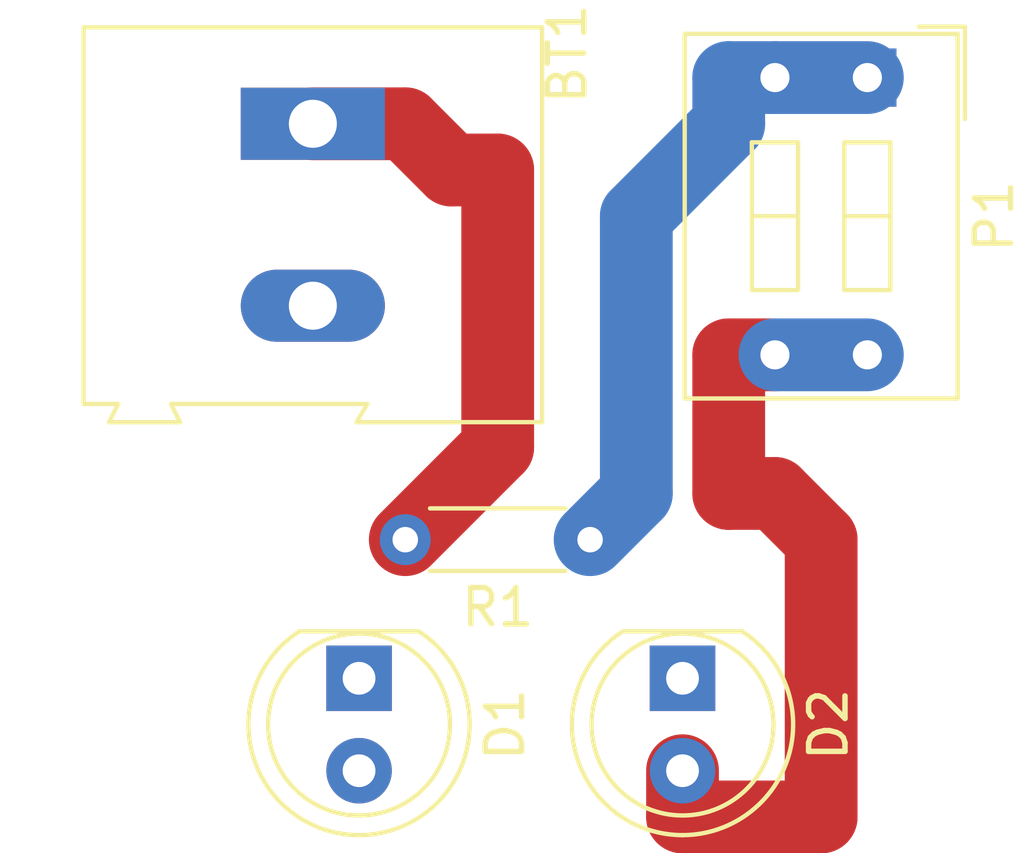
<source format=kicad_pcb>
(kicad_pcb (version 4) (host pcbnew 4.0.2-stable)

  (general
    (links 8)
    (no_connects 3)
    (area 123.19 95.25 153.67 120.65)
    (thickness 1.6)
    (drawings 0)
    (tracks 19)
    (zones 0)
    (modules 5)
    (nets 5)
  )

  (page A4)
  (layers
    (0 F.Cu signal)
    (31 B.Cu signal)
    (33 F.Adhes user)
    (35 F.Paste user)
    (37 F.SilkS user)
    (39 F.Mask user)
    (40 Dwgs.User user)
    (41 Cmts.User user)
    (42 Eco1.User user)
    (43 Eco2.User user)
    (44 Edge.Cuts user)
    (45 Margin user)
    (47 F.CrtYd user)
    (49 F.Fab user)
  )

  (setup
    (last_trace_width 2)
    (trace_clearance 1)
    (zone_clearance 0.508)
    (zone_45_only no)
    (trace_min 0.2)
    (segment_width 0.2)
    (edge_width 0.15)
    (via_size 0.6)
    (via_drill 0.4)
    (via_min_size 0.4)
    (via_min_drill 0.3)
    (uvia_size 0.3)
    (uvia_drill 0.1)
    (uvias_allowed no)
    (uvia_min_size 0.2)
    (uvia_min_drill 0.1)
    (pcb_text_width 0.3)
    (pcb_text_size 1.5 1.5)
    (mod_edge_width 0.15)
    (mod_text_size 1 1)
    (mod_text_width 0.15)
    (pad_size 1.6 1.6)
    (pad_drill 0.8)
    (pad_to_mask_clearance 0.2)
    (aux_axis_origin 0 0)
    (visible_elements 7FFFFFFF)
    (pcbplotparams
      (layerselection 0x00030_80000001)
      (usegerberextensions false)
      (excludeedgelayer true)
      (linewidth 0.100000)
      (plotframeref false)
      (viasonmask false)
      (mode 1)
      (useauxorigin false)
      (hpglpennumber 1)
      (hpglpenspeed 20)
      (hpglpendiameter 15)
      (hpglpenoverlay 2)
      (psnegative false)
      (psa4output false)
      (plotreference true)
      (plotvalue true)
      (plotinvisibletext false)
      (padsonsilk false)
      (subtractmaskfromsilk false)
      (outputformat 1)
      (mirror false)
      (drillshape 1)
      (scaleselection 1)
      (outputdirectory ""))
  )

  (net 0 "")
  (net 1 "Net-(BT1-Pad1)")
  (net 2 "Net-(BT1-Pad2)")
  (net 3 "Net-(D1-Pad2)")
  (net 4 "Net-(P1-Pad1)")

  (net_class Default "Esta é a classe de net default."
    (clearance 1)
    (trace_width 2)
    (via_dia 0.6)
    (via_drill 0.4)
    (uvia_dia 0.3)
    (uvia_drill 0.1)
    (add_net "Net-(BT1-Pad1)")
    (add_net "Net-(BT1-Pad2)")
    (add_net "Net-(D1-Pad2)")
    (add_net "Net-(P1-Pad1)")
  )

  (module Terminal_Blocks:TerminalBlock_Altech_AK300-2_P5.00mm (layer F.Cu) (tedit 59FF0306) (tstamp 5B15B5D8)
    (at 133.35 100.33 270)
    (descr "Altech AK300 terminal block, pitch 5.0mm, 45 degree angled, see http://www.mouser.com/ds/2/16/PCBMETRC-24178.pdf")
    (tags "Altech AK300 terminal block pitch 5.0mm")
    (path /5B15A9FC)
    (fp_text reference BT1 (at -1.92 -6.99 270) (layer F.SilkS)
      (effects (font (size 1 1) (thickness 0.15)))
    )
    (fp_text value Battery (at 2.78 7.75 270) (layer F.Fab)
      (effects (font (size 1 1) (thickness 0.15)))
    )
    (fp_text user %R (at 2.5 -2 270) (layer F.Fab)
      (effects (font (size 1 1) (thickness 0.15)))
    )
    (fp_line (start -2.65 -6.3) (end -2.65 6.3) (layer F.SilkS) (width 0.12))
    (fp_line (start -2.65 6.3) (end 7.7 6.3) (layer F.SilkS) (width 0.12))
    (fp_line (start 7.7 6.3) (end 7.7 5.35) (layer F.SilkS) (width 0.12))
    (fp_line (start 7.7 5.35) (end 8.2 5.6) (layer F.SilkS) (width 0.12))
    (fp_line (start 8.2 5.6) (end 8.2 3.7) (layer F.SilkS) (width 0.12))
    (fp_line (start 8.2 3.7) (end 8.2 3.65) (layer F.SilkS) (width 0.12))
    (fp_line (start 8.2 3.65) (end 7.7 3.9) (layer F.SilkS) (width 0.12))
    (fp_line (start 7.7 3.9) (end 7.7 -1.5) (layer F.SilkS) (width 0.12))
    (fp_line (start 7.7 -1.5) (end 8.2 -1.2) (layer F.SilkS) (width 0.12))
    (fp_line (start 8.2 -1.2) (end 8.2 -6.3) (layer F.SilkS) (width 0.12))
    (fp_line (start 8.2 -6.3) (end -2.65 -6.3) (layer F.SilkS) (width 0.12))
    (fp_line (start -1.26 2.54) (end 1.28 2.54) (layer F.Fab) (width 0.1))
    (fp_line (start 1.28 2.54) (end 1.28 -0.25) (layer F.Fab) (width 0.1))
    (fp_line (start -1.26 -0.25) (end 1.28 -0.25) (layer F.Fab) (width 0.1))
    (fp_line (start -1.26 2.54) (end -1.26 -0.25) (layer F.Fab) (width 0.1))
    (fp_line (start 3.74 2.54) (end 6.28 2.54) (layer F.Fab) (width 0.1))
    (fp_line (start 6.28 2.54) (end 6.28 -0.25) (layer F.Fab) (width 0.1))
    (fp_line (start 3.74 -0.25) (end 6.28 -0.25) (layer F.Fab) (width 0.1))
    (fp_line (start 3.74 2.54) (end 3.74 -0.25) (layer F.Fab) (width 0.1))
    (fp_line (start 7.61 -6.22) (end 7.61 -3.17) (layer F.Fab) (width 0.1))
    (fp_line (start 7.61 -6.22) (end -2.58 -6.22) (layer F.Fab) (width 0.1))
    (fp_line (start 7.61 -6.22) (end 8.11 -6.22) (layer F.Fab) (width 0.1))
    (fp_line (start 8.11 -6.22) (end 8.11 -1.4) (layer F.Fab) (width 0.1))
    (fp_line (start 8.11 -1.4) (end 7.61 -1.65) (layer F.Fab) (width 0.1))
    (fp_line (start 8.11 5.46) (end 7.61 5.21) (layer F.Fab) (width 0.1))
    (fp_line (start 7.61 5.21) (end 7.61 6.22) (layer F.Fab) (width 0.1))
    (fp_line (start 8.11 3.81) (end 7.61 4.06) (layer F.Fab) (width 0.1))
    (fp_line (start 7.61 4.06) (end 7.61 5.21) (layer F.Fab) (width 0.1))
    (fp_line (start 8.11 3.81) (end 8.11 5.46) (layer F.Fab) (width 0.1))
    (fp_line (start 2.98 6.22) (end 2.98 4.32) (layer F.Fab) (width 0.1))
    (fp_line (start 7.05 -0.25) (end 7.05 4.32) (layer F.Fab) (width 0.1))
    (fp_line (start 2.98 6.22) (end 7.05 6.22) (layer F.Fab) (width 0.1))
    (fp_line (start 7.05 6.22) (end 7.61 6.22) (layer F.Fab) (width 0.1))
    (fp_line (start 2.04 6.22) (end 2.04 4.32) (layer F.Fab) (width 0.1))
    (fp_line (start 2.04 6.22) (end 2.98 6.22) (layer F.Fab) (width 0.1))
    (fp_line (start -2.02 -0.25) (end -2.02 4.32) (layer F.Fab) (width 0.1))
    (fp_line (start -2.58 6.22) (end -2.02 6.22) (layer F.Fab) (width 0.1))
    (fp_line (start -2.02 6.22) (end 2.04 6.22) (layer F.Fab) (width 0.1))
    (fp_line (start 2.98 4.32) (end 7.05 4.32) (layer F.Fab) (width 0.1))
    (fp_line (start 2.98 4.32) (end 2.98 -0.25) (layer F.Fab) (width 0.1))
    (fp_line (start 7.05 4.32) (end 7.05 6.22) (layer F.Fab) (width 0.1))
    (fp_line (start 2.04 4.32) (end -2.02 4.32) (layer F.Fab) (width 0.1))
    (fp_line (start 2.04 4.32) (end 2.04 -0.25) (layer F.Fab) (width 0.1))
    (fp_line (start -2.02 4.32) (end -2.02 6.22) (layer F.Fab) (width 0.1))
    (fp_line (start 6.67 3.68) (end 6.67 0.51) (layer F.Fab) (width 0.1))
    (fp_line (start 6.67 3.68) (end 3.36 3.68) (layer F.Fab) (width 0.1))
    (fp_line (start 3.36 3.68) (end 3.36 0.51) (layer F.Fab) (width 0.1))
    (fp_line (start 1.66 3.68) (end 1.66 0.51) (layer F.Fab) (width 0.1))
    (fp_line (start 1.66 3.68) (end -1.64 3.68) (layer F.Fab) (width 0.1))
    (fp_line (start -1.64 3.68) (end -1.64 0.51) (layer F.Fab) (width 0.1))
    (fp_line (start -1.64 0.51) (end -1.26 0.51) (layer F.Fab) (width 0.1))
    (fp_line (start 1.66 0.51) (end 1.28 0.51) (layer F.Fab) (width 0.1))
    (fp_line (start 3.36 0.51) (end 3.74 0.51) (layer F.Fab) (width 0.1))
    (fp_line (start 6.67 0.51) (end 6.28 0.51) (layer F.Fab) (width 0.1))
    (fp_line (start -2.58 6.22) (end -2.58 -0.64) (layer F.Fab) (width 0.1))
    (fp_line (start -2.58 -0.64) (end -2.58 -3.17) (layer F.Fab) (width 0.1))
    (fp_line (start 7.61 -1.65) (end 7.61 -0.64) (layer F.Fab) (width 0.1))
    (fp_line (start 7.61 -0.64) (end 7.61 4.06) (layer F.Fab) (width 0.1))
    (fp_line (start -2.58 -3.17) (end 7.61 -3.17) (layer F.Fab) (width 0.1))
    (fp_line (start -2.58 -3.17) (end -2.58 -6.22) (layer F.Fab) (width 0.1))
    (fp_line (start 7.61 -3.17) (end 7.61 -1.65) (layer F.Fab) (width 0.1))
    (fp_line (start 2.98 -3.43) (end 2.98 -5.97) (layer F.Fab) (width 0.1))
    (fp_line (start 2.98 -5.97) (end 7.05 -5.97) (layer F.Fab) (width 0.1))
    (fp_line (start 7.05 -5.97) (end 7.05 -3.43) (layer F.Fab) (width 0.1))
    (fp_line (start 7.05 -3.43) (end 2.98 -3.43) (layer F.Fab) (width 0.1))
    (fp_line (start 2.04 -3.43) (end 2.04 -5.97) (layer F.Fab) (width 0.1))
    (fp_line (start 2.04 -3.43) (end -2.02 -3.43) (layer F.Fab) (width 0.1))
    (fp_line (start -2.02 -3.43) (end -2.02 -5.97) (layer F.Fab) (width 0.1))
    (fp_line (start 2.04 -5.97) (end -2.02 -5.97) (layer F.Fab) (width 0.1))
    (fp_line (start 3.39 -4.45) (end 6.44 -5.08) (layer F.Fab) (width 0.1))
    (fp_line (start 3.52 -4.32) (end 6.56 -4.95) (layer F.Fab) (width 0.1))
    (fp_line (start -1.62 -4.45) (end 1.44 -5.08) (layer F.Fab) (width 0.1))
    (fp_line (start -1.49 -4.32) (end 1.56 -4.95) (layer F.Fab) (width 0.1))
    (fp_line (start -2.02 -0.25) (end -1.64 -0.25) (layer F.Fab) (width 0.1))
    (fp_line (start 2.04 -0.25) (end 1.66 -0.25) (layer F.Fab) (width 0.1))
    (fp_line (start 1.66 -0.25) (end -1.64 -0.25) (layer F.Fab) (width 0.1))
    (fp_line (start -2.58 -0.64) (end -1.64 -0.64) (layer F.Fab) (width 0.1))
    (fp_line (start -1.64 -0.64) (end 1.66 -0.64) (layer F.Fab) (width 0.1))
    (fp_line (start 1.66 -0.64) (end 3.36 -0.64) (layer F.Fab) (width 0.1))
    (fp_line (start 7.61 -0.64) (end 6.67 -0.64) (layer F.Fab) (width 0.1))
    (fp_line (start 6.67 -0.64) (end 3.36 -0.64) (layer F.Fab) (width 0.1))
    (fp_line (start 7.05 -0.25) (end 6.67 -0.25) (layer F.Fab) (width 0.1))
    (fp_line (start 2.98 -0.25) (end 3.36 -0.25) (layer F.Fab) (width 0.1))
    (fp_line (start 3.36 -0.25) (end 6.67 -0.25) (layer F.Fab) (width 0.1))
    (fp_line (start -2.83 -6.47) (end 8.36 -6.47) (layer F.CrtYd) (width 0.05))
    (fp_line (start -2.83 -6.47) (end -2.83 6.47) (layer F.CrtYd) (width 0.05))
    (fp_line (start 8.36 6.47) (end 8.36 -6.47) (layer F.CrtYd) (width 0.05))
    (fp_line (start 8.36 6.47) (end -2.83 6.47) (layer F.CrtYd) (width 0.05))
    (fp_arc (start 6.03 -4.59) (end 6.54 -5.05) (angle 90.5) (layer F.Fab) (width 0.1))
    (fp_arc (start 5.07 -6.07) (end 6.53 -4.12) (angle 75.5) (layer F.Fab) (width 0.1))
    (fp_arc (start 4.99 -3.71) (end 3.39 -5) (angle 100) (layer F.Fab) (width 0.1))
    (fp_arc (start 3.87 -4.65) (end 3.58 -4.13) (angle 104.2) (layer F.Fab) (width 0.1))
    (fp_arc (start 1.03 -4.59) (end 1.53 -5.05) (angle 90.5) (layer F.Fab) (width 0.1))
    (fp_arc (start 0.06 -6.07) (end 1.53 -4.12) (angle 75.5) (layer F.Fab) (width 0.1))
    (fp_arc (start -0.01 -3.71) (end -1.62 -5) (angle 100) (layer F.Fab) (width 0.1))
    (fp_arc (start -1.13 -4.65) (end -1.42 -4.13) (angle 104.2) (layer F.Fab) (width 0.1))
    (pad 1 thru_hole rect (at 0 0 270) (size 1.98 3.96) (drill 1.32) (layers *.Cu *.Mask)
      (net 1 "Net-(BT1-Pad1)"))
    (pad 2 thru_hole oval (at 5 0 270) (size 1.98 3.96) (drill 1.32) (layers *.Cu *.Mask)
      (net 2 "Net-(BT1-Pad2)"))
    (model ${KISYS3DMOD}/Terminal_Blocks.3dshapes/TerminalBlock_Altech_AK300-2_P5.00mm.wrl
      (at (xyz 0 0 0))
      (scale (xyz 1 1 1))
      (rotate (xyz 0 0 0))
    )
  )

  (module LEDs:LED_D5.0mm_FlatTop (layer F.Cu) (tedit 5880A862) (tstamp 5B15B5DE)
    (at 134.62 115.57 270)
    (descr "LED, Round, FlatTop, diameter 5.0mm, 2 pins, http://www.kingbright.com/attachments/file/psearch/000/00/00/L-483GDT(Ver.15B).pdf")
    (tags "LED Round FlatTop diameter 5.0mm 2 pins")
    (path /5B15AB2C)
    (fp_text reference D1 (at 1.27 -4.01 270) (layer F.SilkS)
      (effects (font (size 1 1) (thickness 0.15)))
    )
    (fp_text value LED (at 1.27 4.01 270) (layer F.Fab)
      (effects (font (size 1 1) (thickness 0.15)))
    )
    (fp_arc (start 1.27 0) (end -1.23 -1.566046) (angle 295.9) (layer F.Fab) (width 0.1))
    (fp_arc (start 1.27 0) (end -1.29 -1.639512) (angle 147.4) (layer F.SilkS) (width 0.12))
    (fp_arc (start 1.27 0) (end -1.29 1.639512) (angle -147.4) (layer F.SilkS) (width 0.12))
    (fp_circle (center 1.27 0) (end 3.77 0) (layer F.Fab) (width 0.1))
    (fp_circle (center 1.27 0) (end 3.77 0) (layer F.SilkS) (width 0.12))
    (fp_line (start -1.23 -1.566046) (end -1.23 1.566046) (layer F.Fab) (width 0.1))
    (fp_line (start -1.29 -1.64) (end -1.29 1.64) (layer F.SilkS) (width 0.12))
    (fp_line (start -2 -3.3) (end -2 3.3) (layer F.CrtYd) (width 0.05))
    (fp_line (start -2 3.3) (end 4.55 3.3) (layer F.CrtYd) (width 0.05))
    (fp_line (start 4.55 3.3) (end 4.55 -3.3) (layer F.CrtYd) (width 0.05))
    (fp_line (start 4.55 -3.3) (end -2 -3.3) (layer F.CrtYd) (width 0.05))
    (pad 1 thru_hole rect (at 0 0 270) (size 1.8 1.8) (drill 0.9) (layers *.Cu *.Mask)
      (net 2 "Net-(BT1-Pad2)"))
    (pad 2 thru_hole circle (at 2.54 0 270) (size 1.8 1.8) (drill 0.9) (layers *.Cu *.Mask)
      (net 3 "Net-(D1-Pad2)"))
    (model ${KISYS3DMOD}/LEDs.3dshapes/LED_D5.0mm_FlatTop.wrl
      (at (xyz 0 0 0))
      (scale (xyz 0.393701 0.393701 0.393701))
      (rotate (xyz 0 0 0))
    )
  )

  (module LEDs:LED_D5.0mm_FlatTop (layer F.Cu) (tedit 5880A862) (tstamp 5B15B5E4)
    (at 143.51 115.57 270)
    (descr "LED, Round, FlatTop, diameter 5.0mm, 2 pins, http://www.kingbright.com/attachments/file/psearch/000/00/00/L-483GDT(Ver.15B).pdf")
    (tags "LED Round FlatTop diameter 5.0mm 2 pins")
    (path /5B15AB6B)
    (fp_text reference D2 (at 1.27 -4.01 270) (layer F.SilkS)
      (effects (font (size 1 1) (thickness 0.15)))
    )
    (fp_text value LED (at 1.27 4.01 270) (layer F.Fab)
      (effects (font (size 1 1) (thickness 0.15)))
    )
    (fp_arc (start 1.27 0) (end -1.23 -1.566046) (angle 295.9) (layer F.Fab) (width 0.1))
    (fp_arc (start 1.27 0) (end -1.29 -1.639512) (angle 147.4) (layer F.SilkS) (width 0.12))
    (fp_arc (start 1.27 0) (end -1.29 1.639512) (angle -147.4) (layer F.SilkS) (width 0.12))
    (fp_circle (center 1.27 0) (end 3.77 0) (layer F.Fab) (width 0.1))
    (fp_circle (center 1.27 0) (end 3.77 0) (layer F.SilkS) (width 0.12))
    (fp_line (start -1.23 -1.566046) (end -1.23 1.566046) (layer F.Fab) (width 0.1))
    (fp_line (start -1.29 -1.64) (end -1.29 1.64) (layer F.SilkS) (width 0.12))
    (fp_line (start -2 -3.3) (end -2 3.3) (layer F.CrtYd) (width 0.05))
    (fp_line (start -2 3.3) (end 4.55 3.3) (layer F.CrtYd) (width 0.05))
    (fp_line (start 4.55 3.3) (end 4.55 -3.3) (layer F.CrtYd) (width 0.05))
    (fp_line (start 4.55 -3.3) (end -2 -3.3) (layer F.CrtYd) (width 0.05))
    (pad 1 thru_hole rect (at 0 0 270) (size 1.8 1.8) (drill 0.9) (layers *.Cu *.Mask)
      (net 2 "Net-(BT1-Pad2)"))
    (pad 2 thru_hole circle (at 2.54 0 270) (size 1.8 1.8) (drill 0.9) (layers *.Cu *.Mask)
      (net 3 "Net-(D1-Pad2)"))
    (model ${KISYS3DMOD}/LEDs.3dshapes/LED_D5.0mm_FlatTop.wrl
      (at (xyz 0 0 0))
      (scale (xyz 0.393701 0.393701 0.393701))
      (rotate (xyz 0 0 0))
    )
  )

  (module Buttons_Switches_ThroughHole:SW_DIP_x2_W7.62mm_Slide (layer F.Cu) (tedit 5B15B8CF) (tstamp 5B15B5EC)
    (at 148.59 99.06 270)
    (descr "2x-dip-switch, Slide, row spacing 7.62 mm (300 mils)")
    (tags "DIP Switch Slide 7.62mm 300mil")
    (path /5B15B6C0)
    (fp_text reference P1 (at 3.81 -3.48 270) (layer F.SilkS)
      (effects (font (size 1 1) (thickness 0.15)))
    )
    (fp_text value CONN_02X02 (at 3.81 6.02 270) (layer F.Fab)
      (effects (font (size 1 1) (thickness 0.15)))
    )
    (fp_text user %R (at 3.81 1.27 270) (layer F.Fab)
      (effects (font (size 1 1) (thickness 0.15)))
    )
    (fp_line (start -1.4 -2.68) (end -1.4 -1.41) (layer F.SilkS) (width 0.12))
    (fp_line (start -1.4 -2.68) (end 1.14 -2.68) (layer F.SilkS) (width 0.12))
    (fp_line (start -0.08 -2.36) (end 8.7 -2.36) (layer F.Fab) (width 0.1))
    (fp_line (start 8.7 -2.36) (end 8.7 4.9) (layer F.Fab) (width 0.1))
    (fp_line (start 8.7 4.9) (end -1.08 4.9) (layer F.Fab) (width 0.1))
    (fp_line (start -1.08 4.9) (end -1.08 -1.36) (layer F.Fab) (width 0.1))
    (fp_line (start -1.08 -1.36) (end -0.08 -2.36) (layer F.Fab) (width 0.1))
    (fp_line (start 1.78 -0.635) (end 1.78 0.635) (layer F.Fab) (width 0.1))
    (fp_line (start 1.78 0.635) (end 5.84 0.635) (layer F.Fab) (width 0.1))
    (fp_line (start 5.84 0.635) (end 5.84 -0.635) (layer F.Fab) (width 0.1))
    (fp_line (start 5.84 -0.635) (end 1.78 -0.635) (layer F.Fab) (width 0.1))
    (fp_line (start 3.81 -0.635) (end 3.81 0.635) (layer F.Fab) (width 0.1))
    (fp_line (start 1.78 1.905) (end 1.78 3.175) (layer F.Fab) (width 0.1))
    (fp_line (start 1.78 3.175) (end 5.84 3.175) (layer F.Fab) (width 0.1))
    (fp_line (start 5.84 3.175) (end 5.84 1.905) (layer F.Fab) (width 0.1))
    (fp_line (start 5.84 1.905) (end 1.78 1.905) (layer F.Fab) (width 0.1))
    (fp_line (start 3.81 1.905) (end 3.81 3.175) (layer F.Fab) (width 0.1))
    (fp_line (start -1.2 -2.48) (end 8.82 -2.48) (layer F.SilkS) (width 0.12))
    (fp_line (start 8.82 -2.48) (end 8.82 5.02) (layer F.SilkS) (width 0.12))
    (fp_line (start 8.82 5.02) (end -1.2 5.02) (layer F.SilkS) (width 0.12))
    (fp_line (start -1.2 5.02) (end -1.2 -2.48) (layer F.SilkS) (width 0.12))
    (fp_line (start 1.78 -0.635) (end 1.78 0.635) (layer F.SilkS) (width 0.12))
    (fp_line (start 1.78 0.635) (end 5.84 0.635) (layer F.SilkS) (width 0.12))
    (fp_line (start 5.84 0.635) (end 5.84 -0.635) (layer F.SilkS) (width 0.12))
    (fp_line (start 5.84 -0.635) (end 1.78 -0.635) (layer F.SilkS) (width 0.12))
    (fp_line (start 3.81 -0.635) (end 3.81 0.635) (layer F.SilkS) (width 0.12))
    (fp_line (start 1.78 1.905) (end 1.78 3.175) (layer F.SilkS) (width 0.12))
    (fp_line (start 1.78 3.175) (end 5.84 3.175) (layer F.SilkS) (width 0.12))
    (fp_line (start 5.84 3.175) (end 5.84 1.905) (layer F.SilkS) (width 0.12))
    (fp_line (start 5.84 1.905) (end 1.78 1.905) (layer F.SilkS) (width 0.12))
    (fp_line (start 3.81 1.905) (end 3.81 3.175) (layer F.SilkS) (width 0.12))
    (fp_line (start -1.4 -2.7) (end -1.4 5.2) (layer F.CrtYd) (width 0.05))
    (fp_line (start -1.4 5.2) (end 9 5.2) (layer F.CrtYd) (width 0.05))
    (fp_line (start 9 5.2) (end 9 -2.7) (layer F.CrtYd) (width 0.05))
    (fp_line (start 9 -2.7) (end -1.4 -2.7) (layer F.CrtYd) (width 0.05))
    (pad 1 thru_hole rect (at 0 0 270) (size 1.6 1.6) (drill 0.8) (layers *.Cu *.Mask)
      (net 4 "Net-(P1-Pad1)"))
    (pad 4 thru_hole oval (at 7.62 2.54 270) (size 1.6 1.6) (drill 0.8) (layers *.Cu *.Mask)
      (net 3 "Net-(D1-Pad2)"))
    (pad 3 thru_hole oval (at 0 2.54 270) (size 1.6 1.6) (drill 0.8) (layers *.Cu *.Mask)
      (net 4 "Net-(P1-Pad1)"))
    (pad 2 thru_hole oval (at 7.62 0 270) (size 1.6 1.6) (drill 0.8) (layers *.Cu *.Mask)
      (net 3 "Net-(D1-Pad2)"))
    (model ${KISYS3DMOD}/Buttons_Switches_THT.3dshapes/SW_DIP_x2_W7.62mm_Slide.wrl
      (at (xyz 0 0 0))
      (scale (xyz 1 1 1))
      (rotate (xyz 0 0 90))
    )
  )

  (module Resistors_ThroughHole:R_Axial_DIN0204_L3.6mm_D1.6mm_P5.08mm_Horizontal (layer F.Cu) (tedit 5874F706) (tstamp 5B15B5F2)
    (at 140.97 111.76 180)
    (descr "Resistor, Axial_DIN0204 series, Axial, Horizontal, pin pitch=5.08mm, 0.16666666666666666W = 1/6W, length*diameter=3.6*1.6mm^2, http://cdn-reichelt.de/documents/datenblatt/B400/1_4W%23YAG.pdf")
    (tags "Resistor Axial_DIN0204 series Axial Horizontal pin pitch 5.08mm 0.16666666666666666W = 1/6W length 3.6mm diameter 1.6mm")
    (path /5B15AA89)
    (fp_text reference R1 (at 2.54 -1.86 180) (layer F.SilkS)
      (effects (font (size 1 1) (thickness 0.15)))
    )
    (fp_text value R (at 2.54 1.86 180) (layer F.Fab)
      (effects (font (size 1 1) (thickness 0.15)))
    )
    (fp_line (start 0.74 -0.8) (end 0.74 0.8) (layer F.Fab) (width 0.1))
    (fp_line (start 0.74 0.8) (end 4.34 0.8) (layer F.Fab) (width 0.1))
    (fp_line (start 4.34 0.8) (end 4.34 -0.8) (layer F.Fab) (width 0.1))
    (fp_line (start 4.34 -0.8) (end 0.74 -0.8) (layer F.Fab) (width 0.1))
    (fp_line (start 0 0) (end 0.74 0) (layer F.Fab) (width 0.1))
    (fp_line (start 5.08 0) (end 4.34 0) (layer F.Fab) (width 0.1))
    (fp_line (start 0.68 -0.86) (end 4.4 -0.86) (layer F.SilkS) (width 0.12))
    (fp_line (start 0.68 0.86) (end 4.4 0.86) (layer F.SilkS) (width 0.12))
    (fp_line (start -0.95 -1.15) (end -0.95 1.15) (layer F.CrtYd) (width 0.05))
    (fp_line (start -0.95 1.15) (end 6.05 1.15) (layer F.CrtYd) (width 0.05))
    (fp_line (start 6.05 1.15) (end 6.05 -1.15) (layer F.CrtYd) (width 0.05))
    (fp_line (start 6.05 -1.15) (end -0.95 -1.15) (layer F.CrtYd) (width 0.05))
    (pad 1 thru_hole circle (at 0 0 180) (size 1.4 1.4) (drill 0.7) (layers *.Cu *.Mask)
      (net 4 "Net-(P1-Pad1)"))
    (pad 2 thru_hole oval (at 5.08 0 180) (size 1.4 1.4) (drill 0.7) (layers *.Cu *.Mask)
      (net 1 "Net-(BT1-Pad1)"))
    (model ${KISYS3DMOD}/Resistors_THT.3dshapes/R_Axial_DIN0204_L3.6mm_D1.6mm_P5.08mm_Horizontal.wrl
      (at (xyz 0 0 0))
      (scale (xyz 0.393701 0.393701 0.393701))
      (rotate (xyz 0 0 0))
    )
  )

  (segment (start 133.35 100.33) (end 135.89 100.33) (width 2) (layer F.Cu) (net 1) (status 80000))
  (segment (start 135.89 100.33) (end 137.16 101.6) (width 2) (layer F.Cu) (net 1) (status 80000))
  (segment (start 137.16 101.6) (end 138.43 101.6) (width 2) (layer F.Cu) (net 1) (status 80000))
  (segment (start 138.43 101.6) (end 138.43 109.22) (width 2) (layer F.Cu) (net 1) (status 80000))
  (segment (start 138.43 109.22) (end 135.89 111.76) (width 2) (layer F.Cu) (net 1) (status 80000))
  (segment (start 143.51 118.11) (end 143.51 119.38) (width 2) (layer F.Cu) (net 3) (status 80000))
  (segment (start 143.51 119.38) (end 147.32 119.38) (width 2) (layer F.Cu) (net 3) (status 80000))
  (segment (start 147.32 119.38) (end 147.32 111.76) (width 2) (layer F.Cu) (net 3) (status 80000))
  (segment (start 147.32 111.76) (end 146.05 110.49) (width 2) (layer F.Cu) (net 3) (status 80000))
  (segment (start 146.05 110.49) (end 144.78 110.49) (width 2) (layer F.Cu) (net 3) (status 80000))
  (segment (start 144.78 110.49) (end 144.78 106.68) (width 2) (layer F.Cu) (net 3) (status 80000))
  (segment (start 144.78 106.68) (end 146.05 106.68) (width 2) (layer F.Cu) (net 3) (status 80000))
  (segment (start 146.05 106.68) (end 148.59 106.68) (width 2) (layer B.Cu) (net 3) (status 80000))
  (segment (start 146.05 99.06) (end 144.78 99.06) (width 2) (layer B.Cu) (net 4) (status 80000))
  (segment (start 144.78 99.06) (end 144.78 100.33) (width 2) (layer B.Cu) (net 4) (status 80000))
  (segment (start 144.78 100.33) (end 142.24 102.87) (width 2) (layer B.Cu) (net 4) (status 80000))
  (segment (start 142.24 102.87) (end 142.24 110.49) (width 2) (layer B.Cu) (net 4) (status 80000))
  (segment (start 142.24 110.49) (end 140.97 111.76) (width 2) (layer B.Cu) (net 4) (status 80000))
  (segment (start 148.59 99.06) (end 146.05 99.06) (width 2) (layer B.Cu) (net 4) (status 80000))

)

</source>
